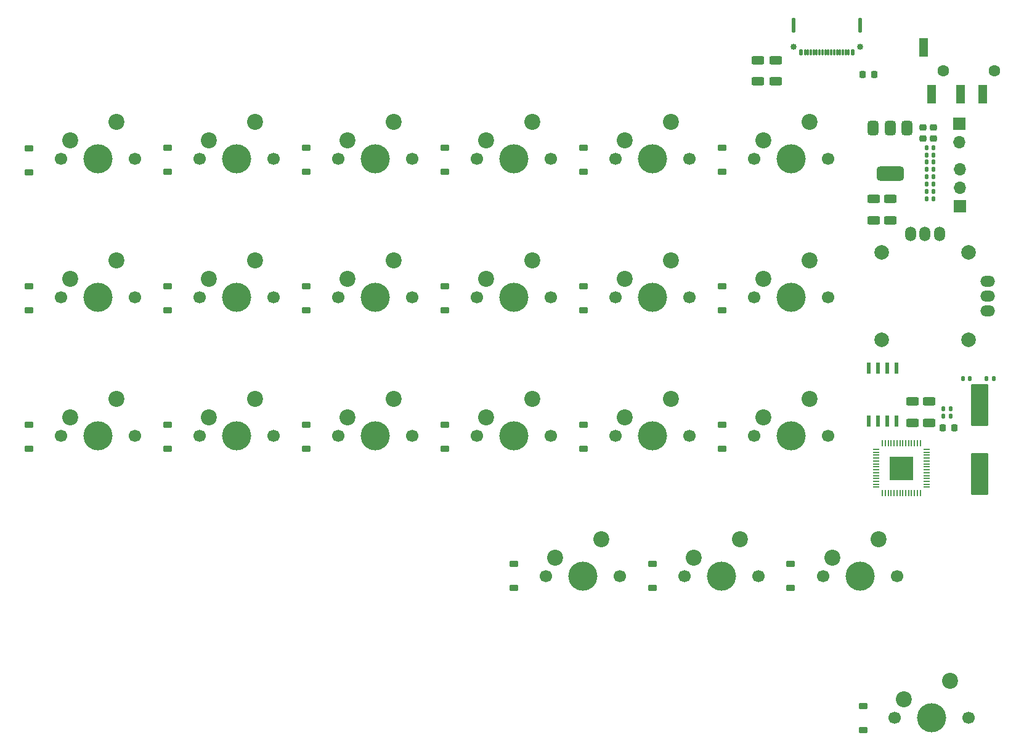
<source format=gts>
%TF.GenerationSoftware,KiCad,Pcbnew,9.0.0*%
%TF.CreationDate,2025-03-24T17:33:31+09:00*%
%TF.ProjectId,keyboard,6b657962-6f61-4726-942e-6b696361645f,rev?*%
%TF.SameCoordinates,Original*%
%TF.FileFunction,Soldermask,Top*%
%TF.FilePolarity,Negative*%
%FSLAX46Y46*%
G04 Gerber Fmt 4.6, Leading zero omitted, Abs format (unit mm)*
G04 Created by KiCad (PCBNEW 9.0.0) date 2025-03-24 17:33:31*
%MOMM*%
%LPD*%
G01*
G04 APERTURE LIST*
G04 Aperture macros list*
%AMRoundRect*
0 Rectangle with rounded corners*
0 $1 Rounding radius*
0 $2 $3 $4 $5 $6 $7 $8 $9 X,Y pos of 4 corners*
0 Add a 4 corners polygon primitive as box body*
4,1,4,$2,$3,$4,$5,$6,$7,$8,$9,$2,$3,0*
0 Add four circle primitives for the rounded corners*
1,1,$1+$1,$2,$3*
1,1,$1+$1,$4,$5*
1,1,$1+$1,$6,$7*
1,1,$1+$1,$8,$9*
0 Add four rect primitives between the rounded corners*
20,1,$1+$1,$2,$3,$4,$5,0*
20,1,$1+$1,$4,$5,$6,$7,0*
20,1,$1+$1,$6,$7,$8,$9,0*
20,1,$1+$1,$8,$9,$2,$3,0*%
G04 Aperture macros list end*
%ADD10C,1.600000*%
%ADD11R,1.200000X2.500000*%
%ADD12R,1.700000X1.700000*%
%ADD13O,1.700000X1.700000*%
%ADD14RoundRect,0.140000X-0.140000X-0.170000X0.140000X-0.170000X0.140000X0.170000X-0.140000X0.170000X0*%
%ADD15RoundRect,0.225000X0.375000X-0.225000X0.375000X0.225000X-0.375000X0.225000X-0.375000X-0.225000X0*%
%ADD16C,1.700000*%
%ADD17C,4.000000*%
%ADD18C,2.200000*%
%ADD19RoundRect,0.250000X0.625000X-0.312500X0.625000X0.312500X-0.625000X0.312500X-0.625000X-0.312500X0*%
%ADD20C,2.010000*%
%ADD21O,1.500000X2.000000*%
%ADD22O,2.000000X1.500000*%
%ADD23RoundRect,0.375000X-0.375000X0.625000X-0.375000X-0.625000X0.375000X-0.625000X0.375000X0.625000X0*%
%ADD24RoundRect,0.500000X-1.400000X0.500000X-1.400000X-0.500000X1.400000X-0.500000X1.400000X0.500000X0*%
%ADD25RoundRect,0.250000X-0.625000X0.312500X-0.625000X-0.312500X0.625000X-0.312500X0.625000X0.312500X0*%
%ADD26R,0.533400X1.524000*%
%ADD27RoundRect,0.225000X0.250000X-0.225000X0.250000X0.225000X-0.250000X0.225000X-0.250000X-0.225000X0*%
%ADD28RoundRect,0.070000X0.070000X0.345000X-0.070000X0.345000X-0.070000X-0.345000X0.070000X-0.345000X0*%
%ADD29RoundRect,0.112500X0.112500X0.302500X-0.112500X0.302500X-0.112500X-0.302500X0.112500X-0.302500X0*%
%ADD30C,0.850000*%
%ADD31O,0.550000X2.050000*%
%ADD32RoundRect,0.050000X-0.387500X-0.050000X0.387500X-0.050000X0.387500X0.050000X-0.387500X0.050000X0*%
%ADD33RoundRect,0.050000X-0.050000X-0.387500X0.050000X-0.387500X0.050000X0.387500X-0.050000X0.387500X0*%
%ADD34R,3.200000X3.200000*%
%ADD35RoundRect,0.225000X-0.225000X-0.250000X0.225000X-0.250000X0.225000X0.250000X-0.225000X0.250000X0*%
%ADD36RoundRect,0.102000X-1.050000X2.800000X-1.050000X-2.800000X1.050000X-2.800000X1.050000X2.800000X0*%
G04 APERTURE END LIST*
D10*
%TO.C,J4*%
X209321000Y-52424000D03*
X202321000Y-52424000D03*
D11*
X204721000Y-55674000D03*
X207721000Y-55674000D03*
X199621000Y-49174000D03*
X200721000Y-55674000D03*
%TD*%
D12*
%TO.C,J2*%
X204600000Y-71025000D03*
D13*
X204600000Y-68485000D03*
X204600000Y-65945000D03*
%TD*%
D12*
%TO.C,J3*%
X204500000Y-59725000D03*
D13*
X204500000Y-62265000D03*
%TD*%
D14*
%TO.C,C15*%
X208270000Y-94750000D03*
X209230000Y-94750000D03*
%TD*%
D15*
%TO.C,D12*%
X171901000Y-85399000D03*
X171901000Y-82099000D03*
%TD*%
%TO.C,D9*%
X114751000Y-85399000D03*
X114751000Y-82099000D03*
%TD*%
D16*
%TO.C,SW12*%
X176351000Y-83554000D03*
D17*
X181431000Y-83554000D03*
D16*
X186511000Y-83554000D03*
D18*
X183971000Y-78474000D03*
X177621000Y-81014000D03*
%TD*%
D19*
%TO.C,R5*%
X195000000Y-72962500D03*
X195000000Y-70037500D03*
%TD*%
D15*
%TO.C,D6*%
X171901000Y-66349000D03*
X171901000Y-63049000D03*
%TD*%
D16*
%TO.C,SW14*%
X100151000Y-102604000D03*
D17*
X105231000Y-102604000D03*
D16*
X110311000Y-102604000D03*
D18*
X107771000Y-97524000D03*
X101421000Y-100064000D03*
%TD*%
D15*
%TO.C,D20*%
X162321000Y-123574000D03*
X162321000Y-120274000D03*
%TD*%
%TO.C,D3*%
X114751000Y-66349000D03*
X114751000Y-63049000D03*
%TD*%
D14*
%TO.C,C11*%
X202356515Y-99934649D03*
X203316515Y-99934649D03*
%TD*%
D20*
%TO.C,J5*%
X193821000Y-77424000D03*
X193821000Y-89424000D03*
X205821000Y-77424000D03*
X205821000Y-89424000D03*
D21*
X201821000Y-74824000D03*
D22*
X208421000Y-85424000D03*
D21*
X199821000Y-74824000D03*
X197821000Y-74824000D03*
D22*
X208421000Y-81424000D03*
X208421000Y-83424000D03*
%TD*%
D16*
%TO.C,SW18*%
X176351000Y-102604000D03*
D17*
X181431000Y-102604000D03*
D16*
X186511000Y-102604000D03*
D18*
X183971000Y-97524000D03*
X177621000Y-100064000D03*
%TD*%
D15*
%TO.C,D13*%
X76651000Y-104449000D03*
X76651000Y-101149000D03*
%TD*%
D23*
%TO.C,U2*%
X197300000Y-60274000D03*
X195000000Y-60274000D03*
D24*
X195000000Y-66574000D03*
D23*
X192700000Y-60274000D03*
%TD*%
D25*
%TO.C,R2*%
X176821000Y-50961500D03*
X176821000Y-53886500D03*
%TD*%
D15*
%TO.C,D1*%
X76651000Y-66394000D03*
X76651000Y-63094000D03*
%TD*%
D26*
%TO.C,U3*%
X192095000Y-100644900D03*
X193365000Y-100644900D03*
X194635000Y-100644900D03*
X195905000Y-100644900D03*
X195905000Y-93355100D03*
X194635000Y-93355100D03*
X193365000Y-93355100D03*
X192095000Y-93355100D03*
%TD*%
D16*
%TO.C,SW17*%
X157301000Y-102604000D03*
D17*
X162381000Y-102604000D03*
D16*
X167461000Y-102604000D03*
D18*
X164921000Y-97524000D03*
X158571000Y-100064000D03*
%TD*%
D27*
%TO.C,C10*%
X201000000Y-61775000D03*
X201000000Y-60225000D03*
%TD*%
D15*
%TO.C,D21*%
X181321000Y-123574000D03*
X181321000Y-120274000D03*
%TD*%
D16*
%TO.C,SW20*%
X166791000Y-121924000D03*
D17*
X171871000Y-121924000D03*
D16*
X176951000Y-121924000D03*
D18*
X174411000Y-116844000D03*
X168061000Y-119384000D03*
%TD*%
D16*
%TO.C,SW1*%
X81101000Y-64504000D03*
D17*
X86181000Y-64504000D03*
D16*
X91261000Y-64504000D03*
D18*
X88721000Y-59424000D03*
X82371000Y-61964000D03*
%TD*%
D14*
%TO.C,C4*%
X200020000Y-67000000D03*
X200980000Y-67000000D03*
%TD*%
D28*
%TO.C,J1*%
X189321000Y-49874000D03*
X188521000Y-49874000D03*
X187721000Y-49874000D03*
X186921000Y-49874000D03*
X186521000Y-49874000D03*
X186121000Y-49874000D03*
X184521000Y-49874000D03*
X183721000Y-49874000D03*
X183321000Y-49874000D03*
X184121000Y-49874000D03*
X184921000Y-49874000D03*
X185321000Y-49874000D03*
X185721000Y-49874000D03*
X187321000Y-49874000D03*
X188121000Y-49874000D03*
X188921000Y-49874000D03*
D29*
X189836000Y-49874000D03*
X182806000Y-49874000D03*
D30*
X190916000Y-49114000D03*
D31*
X190916000Y-46134000D03*
D30*
X181726000Y-49114000D03*
D31*
X181726000Y-46134000D03*
%TD*%
D14*
%TO.C,C14*%
X200020000Y-66000000D03*
X200980000Y-66000000D03*
%TD*%
D16*
%TO.C,SW11*%
X157301000Y-83554000D03*
D17*
X162381000Y-83554000D03*
D16*
X167461000Y-83554000D03*
D18*
X164921000Y-78474000D03*
X158571000Y-81014000D03*
%TD*%
D15*
%TO.C,D17*%
X152851000Y-104449000D03*
X152851000Y-101149000D03*
%TD*%
%TO.C,D5*%
X152851000Y-66349000D03*
X152851000Y-63049000D03*
%TD*%
%TO.C,D19*%
X143321000Y-123574000D03*
X143321000Y-120274000D03*
%TD*%
D25*
%TO.C,R1*%
X179321000Y-50961500D03*
X179321000Y-53886500D03*
%TD*%
D16*
%TO.C,SW9*%
X119201000Y-83554000D03*
D17*
X124281000Y-83554000D03*
D16*
X129361000Y-83554000D03*
D18*
X126821000Y-78474000D03*
X120471000Y-81014000D03*
%TD*%
D16*
%TO.C,SW10*%
X138251000Y-83554000D03*
D17*
X143331000Y-83554000D03*
D16*
X148411000Y-83554000D03*
D18*
X145871000Y-78474000D03*
X139521000Y-81014000D03*
%TD*%
D15*
%TO.C,D11*%
X152851000Y-85399000D03*
X152851000Y-82099000D03*
%TD*%
D16*
%TO.C,SW15*%
X119201000Y-102604000D03*
D17*
X124281000Y-102604000D03*
D16*
X129361000Y-102604000D03*
D18*
X126821000Y-97524000D03*
X120471000Y-100064000D03*
%TD*%
D15*
%TO.C,D4*%
X133801000Y-66349000D03*
X133801000Y-63049000D03*
%TD*%
D16*
%TO.C,SW5*%
X157301000Y-64504000D03*
D17*
X162381000Y-64504000D03*
D16*
X167461000Y-64504000D03*
D18*
X164921000Y-59424000D03*
X158571000Y-61964000D03*
%TD*%
D14*
%TO.C,C6*%
X200020000Y-69000000D03*
X200980000Y-69000000D03*
%TD*%
D32*
%TO.C,U1*%
X193125000Y-104500000D03*
X193125000Y-104900000D03*
X193125000Y-105300000D03*
X193125000Y-105700000D03*
X193125000Y-106100000D03*
X193125000Y-106500000D03*
X193125000Y-106900000D03*
X193125000Y-107300000D03*
X193125000Y-107700000D03*
X193125000Y-108100000D03*
X193125000Y-108500000D03*
X193125000Y-108900000D03*
X193125000Y-109300000D03*
X193125000Y-109700000D03*
D33*
X193962500Y-110537500D03*
X194362500Y-110537500D03*
X194762500Y-110537500D03*
X195162500Y-110537500D03*
X195562500Y-110537500D03*
X195962500Y-110537500D03*
X196362500Y-110537500D03*
X196762500Y-110537500D03*
X197162500Y-110537500D03*
X197562500Y-110537500D03*
X197962500Y-110537500D03*
X198362500Y-110537500D03*
X198762500Y-110537500D03*
X199162500Y-110537500D03*
D32*
X200000000Y-109700000D03*
X200000000Y-109300000D03*
X200000000Y-108900000D03*
X200000000Y-108500000D03*
X200000000Y-108100000D03*
X200000000Y-107700000D03*
X200000000Y-107300000D03*
X200000000Y-106900000D03*
X200000000Y-106500000D03*
X200000000Y-106100000D03*
X200000000Y-105700000D03*
X200000000Y-105300000D03*
X200000000Y-104900000D03*
X200000000Y-104500000D03*
D33*
X199162500Y-103662500D03*
X198762500Y-103662500D03*
X198362500Y-103662500D03*
X197962500Y-103662500D03*
X197562500Y-103662500D03*
X197162500Y-103662500D03*
X196762500Y-103662500D03*
X196362500Y-103662500D03*
X195962500Y-103662500D03*
X195562500Y-103662500D03*
X195162500Y-103662500D03*
X194762500Y-103662500D03*
X194362500Y-103662500D03*
X193962500Y-103662500D03*
D34*
X196562500Y-107100000D03*
%TD*%
D19*
%TO.C,R3*%
X200335529Y-100858607D03*
X200335529Y-97933607D03*
%TD*%
D15*
%TO.C,D7*%
X76651000Y-85399000D03*
X76651000Y-82099000D03*
%TD*%
D16*
%TO.C,SW13*%
X81101000Y-102604000D03*
D17*
X86181000Y-102604000D03*
D16*
X91261000Y-102604000D03*
D18*
X88721000Y-97524000D03*
X82371000Y-100064000D03*
%TD*%
D15*
%TO.C,D18*%
X171901000Y-104449000D03*
X171901000Y-101149000D03*
%TD*%
%TO.C,D15*%
X114751000Y-104449000D03*
X114751000Y-101149000D03*
%TD*%
D16*
%TO.C,SW2*%
X100151000Y-64504000D03*
D17*
X105231000Y-64504000D03*
D16*
X110311000Y-64504000D03*
D18*
X107771000Y-59424000D03*
X101421000Y-61964000D03*
%TD*%
D14*
%TO.C,C12*%
X202356515Y-98934649D03*
X203316515Y-98934649D03*
%TD*%
D15*
%TO.C,D8*%
X95701000Y-85399000D03*
X95701000Y-82099000D03*
%TD*%
%TO.C,D2*%
X95701000Y-66349000D03*
X95701000Y-63049000D03*
%TD*%
D16*
%TO.C,SW3*%
X119201000Y-64504000D03*
D17*
X124281000Y-64504000D03*
D16*
X129361000Y-64504000D03*
D18*
X126821000Y-59424000D03*
X120471000Y-61964000D03*
%TD*%
D27*
%TO.C,C2*%
X199500000Y-61775000D03*
X199500000Y-60225000D03*
%TD*%
D14*
%TO.C,C9*%
X200020000Y-64000000D03*
X200980000Y-64000000D03*
%TD*%
D16*
%TO.C,SW4*%
X138251000Y-64504000D03*
D17*
X143331000Y-64504000D03*
D16*
X148411000Y-64504000D03*
D18*
X145871000Y-59424000D03*
X139521000Y-61964000D03*
%TD*%
D16*
%TO.C,SW6*%
X176351000Y-64504000D03*
D17*
X181431000Y-64504000D03*
D16*
X186511000Y-64504000D03*
D18*
X183971000Y-59424000D03*
X177621000Y-61964000D03*
%TD*%
D16*
%TO.C,SW8*%
X100151000Y-83554000D03*
D17*
X105231000Y-83554000D03*
D16*
X110311000Y-83554000D03*
D18*
X107771000Y-78474000D03*
X101421000Y-81014000D03*
%TD*%
D35*
%TO.C,C13*%
X202260515Y-101510649D03*
X203810515Y-101510649D03*
%TD*%
D14*
%TO.C,C8*%
X200020000Y-68000000D03*
X200980000Y-68000000D03*
%TD*%
D15*
%TO.C,D22*%
X191321000Y-143074000D03*
X191321000Y-139774000D03*
%TD*%
D14*
%TO.C,C3*%
X200020000Y-63000000D03*
X200980000Y-63000000D03*
%TD*%
D35*
%TO.C,C1*%
X191271000Y-52924000D03*
X192821000Y-52924000D03*
%TD*%
D16*
%TO.C,SW22*%
X195661000Y-141424000D03*
D17*
X200741000Y-141424000D03*
D16*
X205821000Y-141424000D03*
D18*
X203281000Y-136344000D03*
X196931000Y-138884000D03*
%TD*%
D14*
%TO.C,C16*%
X205020000Y-94750000D03*
X205980000Y-94750000D03*
%TD*%
D15*
%TO.C,D16*%
X133801000Y-104449000D03*
X133801000Y-101149000D03*
%TD*%
D19*
%TO.C,R4*%
X198079202Y-100858607D03*
X198079202Y-97933607D03*
%TD*%
D15*
%TO.C,D10*%
X133801000Y-85399000D03*
X133801000Y-82099000D03*
%TD*%
D19*
%TO.C,R6*%
X192750000Y-72962500D03*
X192750000Y-70037500D03*
%TD*%
D15*
%TO.C,D14*%
X95701000Y-104449000D03*
X95701000Y-101149000D03*
%TD*%
D14*
%TO.C,C5*%
X200020000Y-70000000D03*
X200980000Y-70000000D03*
%TD*%
D36*
%TO.C,Y1*%
X207321000Y-98424000D03*
X207321000Y-107924000D03*
%TD*%
D16*
%TO.C,SW19*%
X147741000Y-121924000D03*
D17*
X152821000Y-121924000D03*
D16*
X157901000Y-121924000D03*
D18*
X155361000Y-116844000D03*
X149011000Y-119384000D03*
%TD*%
D16*
%TO.C,SW7*%
X81101000Y-83554000D03*
D17*
X86181000Y-83554000D03*
D16*
X91261000Y-83554000D03*
D18*
X88721000Y-78474000D03*
X82371000Y-81014000D03*
%TD*%
D16*
%TO.C,SW16*%
X138251000Y-102604000D03*
D17*
X143331000Y-102604000D03*
D16*
X148411000Y-102604000D03*
D18*
X145871000Y-97524000D03*
X139521000Y-100064000D03*
%TD*%
D16*
%TO.C,SW21*%
X185841000Y-121924000D03*
D17*
X190921000Y-121924000D03*
D16*
X196001000Y-121924000D03*
D18*
X193461000Y-116844000D03*
X187111000Y-119384000D03*
%TD*%
D14*
%TO.C,C7*%
X200020000Y-65000000D03*
X200980000Y-65000000D03*
%TD*%
M02*

</source>
